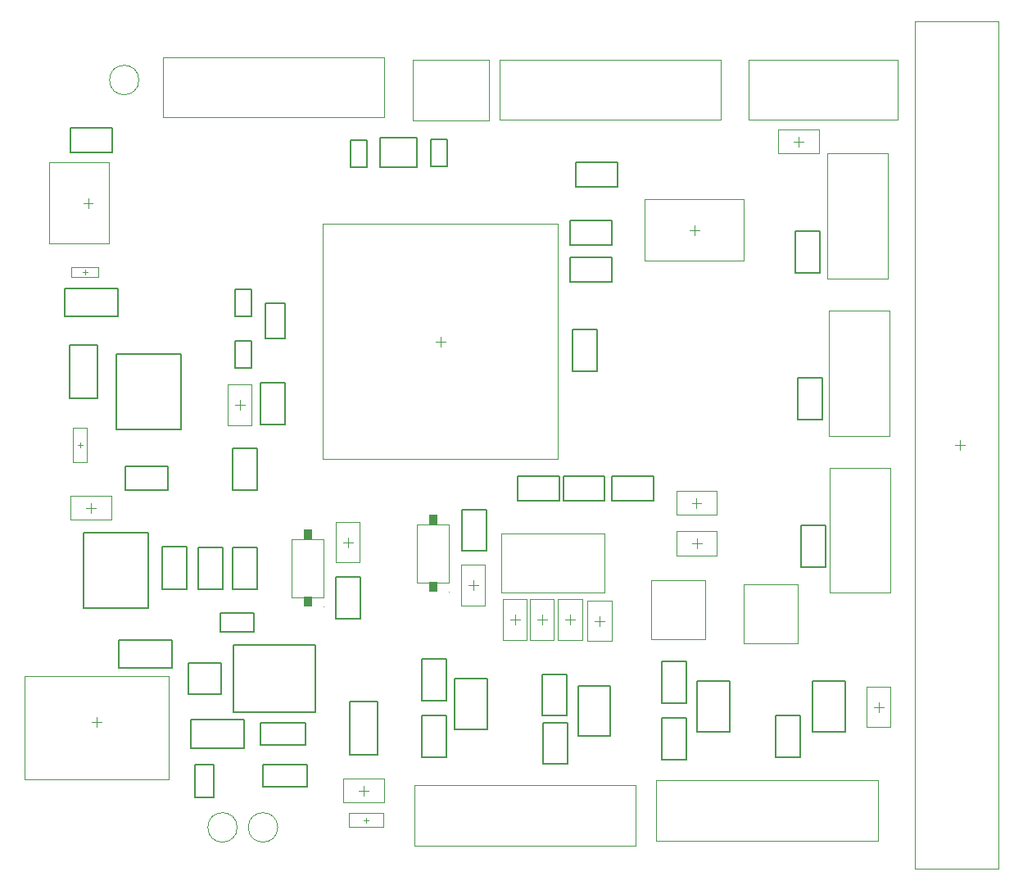
<source format=gbr>
G04*
G04 #@! TF.GenerationSoftware,Altium Limited,Altium Designer,24.2.2 (26)*
G04*
G04 Layer_Color=32768*
%FSLAX44Y44*%
%MOMM*%
G71*
G04*
G04 #@! TF.SameCoordinates,251A4116-46B9-4EB5-9C36-AF9AACF17162*
G04*
G04*
G04 #@! TF.FilePolarity,Positive*
G04*
G01*
G75*
%ADD12C,0.2000*%
%ADD104C,0.1000*%
%ADD105C,0.0500*%
%ADD106C,0.0508*%
G36*
X275690Y331420D02*
Y328320D01*
X266690D01*
Y331420D01*
X266690D01*
Y338420D01*
X275690D01*
Y331420D01*
D02*
G37*
G36*
X275690Y265430D02*
X275690D01*
Y258427D01*
X266690D01*
Y262220D01*
X266690D01*
Y268520D01*
X275690D01*
Y265430D01*
D02*
G37*
G36*
X287690Y259027D02*
X287931Y259016D01*
X288264Y258668D01*
X288264Y258186D01*
X287931Y257838D01*
X287691Y257828D01*
X287450Y257838D01*
X287117Y258186D01*
X287116Y258668D01*
X287449Y259016D01*
X287690Y259027D01*
Y259027D01*
D02*
G37*
G36*
X405230Y280670D02*
X405230D01*
Y273667D01*
X396230D01*
Y277460D01*
X396230D01*
Y283760D01*
X405230D01*
Y280670D01*
D02*
G37*
G36*
X417230Y274266D02*
X416989Y274256D01*
X416656Y273908D01*
X416657Y273426D01*
X416990Y273078D01*
X417231Y273068D01*
X417471Y273078D01*
X417804Y273426D01*
X417804Y273908D01*
X417471Y274256D01*
X417230Y274266D01*
X417230Y274266D01*
D02*
G37*
G36*
X405230Y346660D02*
Y343560D01*
X396230D01*
Y346660D01*
X396230D01*
Y353660D01*
X405230D01*
Y346660D01*
D02*
G37*
D12*
X19459Y587301D02*
X74521D01*
Y558239D02*
Y587301D01*
X19459Y558239D02*
X74521D01*
X19459D02*
Y587301D01*
X140180Y441829D02*
Y519871D01*
X73180Y441829D02*
X140180D01*
X73180D02*
Y519871D01*
X140180D01*
X315350Y712560D02*
Y740560D01*
X332350D01*
Y712560D02*
Y740560D01*
X315350Y712560D02*
X332350D01*
X414900Y713710D02*
Y741710D01*
X397900Y713710D02*
X414900D01*
X397900D02*
Y741710D01*
X414900D01*
X548331Y717631D02*
X591393D01*
Y692069D02*
Y717631D01*
X548331Y692069D02*
X591393D01*
X548331D02*
Y717631D01*
X774619Y603677D02*
Y646739D01*
X800181D01*
Y603677D02*
Y646739D01*
X774619Y603677D02*
X800181D01*
X222169Y447099D02*
X247731D01*
Y490161D01*
X222169D02*
X247731D01*
X222169Y447099D02*
Y490161D01*
X82140Y378660D02*
X126140D01*
X82140D02*
Y403660D01*
X126140D01*
Y378660D02*
Y403660D01*
X345490Y743210D02*
X383490D01*
Y712210D02*
Y743210D01*
X345490Y712210D02*
X383490D01*
X345490D02*
Y743210D01*
X793100Y129430D02*
Y181430D01*
X826600D01*
Y129430D02*
Y181430D01*
X793100Y129430D02*
X826600D01*
X673570D02*
Y181430D01*
X707070D01*
Y129430D02*
Y181430D01*
X673570Y129430D02*
X707070D01*
X325201Y246439D02*
Y289501D01*
X299639Y246439D02*
X325201D01*
X299639D02*
Y289501D01*
X325201D01*
X222410Y115469D02*
X268472D01*
X222410D02*
Y138531D01*
X268472D01*
Y115469D02*
Y138531D01*
X224619Y72289D02*
X270681D01*
X224619D02*
Y95351D01*
X270681D01*
Y72289D02*
Y95351D01*
X193945Y149530D02*
Y218770D01*
Y149530D02*
X278495D01*
Y218770D01*
X193945D02*
X278495D01*
X456011Y315921D02*
Y358983D01*
X430449Y315921D02*
X456011D01*
X430449D02*
Y358983D01*
X456011D01*
X218521Y276919D02*
Y319981D01*
X192959Y276919D02*
X218521D01*
X192959D02*
Y319981D01*
X218521D01*
X24839Y529181D02*
X53901D01*
X24839Y474119D02*
Y529181D01*
Y474119D02*
X53901D01*
Y529181D01*
X535097Y368219D02*
X578159D01*
X535097D02*
Y393781D01*
X578159D01*
Y368219D02*
Y393781D01*
X585411Y632379D02*
Y657941D01*
X542349D02*
X585411D01*
X542349Y632379D02*
Y657941D01*
Y632379D02*
X585411D01*
X75339Y195019D02*
X130401D01*
X75339D02*
Y224081D01*
X130401D01*
Y195019D02*
Y224081D01*
X154049Y95383D02*
X173611D01*
X154049Y61221D02*
Y95383D01*
Y61221D02*
X173611D01*
Y95383D01*
X487739Y393781D02*
X530801D01*
Y368219D02*
Y393781D01*
X487739Y368219D02*
X530801D01*
X487739D02*
Y393781D01*
X544749Y501709D02*
Y544771D01*
X570311D01*
Y501709D02*
Y544771D01*
X544749Y501709D02*
X570311D01*
X662174Y159056D02*
Y202118D01*
X636612Y159056D02*
X662174D01*
X636612D02*
Y202118D01*
X662174D01*
X145850Y276450D02*
Y320450D01*
X120850Y276450D02*
X145850D01*
X120850D02*
Y320450D01*
X145850D01*
X314399Y105819D02*
Y160881D01*
X343461D01*
Y105819D02*
Y160881D01*
X314399Y105819D02*
X343461D01*
X38890Y256889D02*
Y334931D01*
X105890D01*
Y256889D02*
Y334931D01*
X38890Y256889D02*
X105890D01*
X150501Y141531D02*
X205563D01*
Y112469D02*
Y141531D01*
X150501Y112469D02*
X205563D01*
X150501D02*
Y141531D01*
X147670Y200150D02*
X181660D01*
Y168150D02*
Y200150D01*
X147670Y168150D02*
X181660D01*
X147670D02*
Y200150D01*
X215201Y232789D02*
Y252351D01*
X181039D02*
X215201D01*
X181039Y232789D02*
Y252351D01*
Y232789D02*
X215201D01*
X754299Y103297D02*
Y146359D01*
X779861D01*
Y103297D02*
Y146359D01*
X754299Y103297D02*
X779861D01*
X636612Y100389D02*
X662174D01*
Y143451D01*
X636612D02*
X662174D01*
X636612Y100389D02*
Y143451D01*
X514269Y95833D02*
Y138895D01*
X539831D01*
Y95833D02*
Y138895D01*
X514269Y95833D02*
X539831D01*
X388656Y103098D02*
Y146160D01*
X414218D01*
Y103098D02*
Y146160D01*
X388656Y103098D02*
X414218D01*
X192959Y378887D02*
Y421949D01*
X218521D01*
Y378887D02*
Y421949D01*
X192959Y378887D02*
X218521D01*
X585411Y594279D02*
Y619841D01*
X542349D02*
X585411D01*
X542349Y594279D02*
Y619841D01*
Y594279D02*
X585411D01*
X182961Y276919D02*
Y319981D01*
X157399Y276919D02*
X182961D01*
X157399D02*
Y319981D01*
X182961D01*
X388656Y204827D02*
X414218D01*
X388656Y161765D02*
Y204827D01*
Y161765D02*
X414218D01*
Y204827D01*
X628223Y368219D02*
Y393781D01*
X585161D02*
X628223D01*
X585161Y368219D02*
Y393781D01*
Y368219D02*
X628223D01*
X212970Y558650D02*
Y586650D01*
X195970Y558650D02*
X212970D01*
X195970D02*
Y586650D01*
X212970D01*
X777159Y451811D02*
Y494873D01*
X802721D01*
Y451811D02*
Y494873D01*
X777159Y451811D02*
X802721D01*
X227490Y572220D02*
X247490D01*
X227490Y535220D02*
Y572220D01*
Y535220D02*
X247490D01*
Y572220D01*
X68521Y727629D02*
Y753191D01*
X25459D02*
X68521D01*
X25459Y727629D02*
Y753191D01*
Y727629D02*
X68521D01*
X195970Y505430D02*
X212970D01*
Y533430D01*
X195970D02*
X212970D01*
X195970Y505430D02*
Y533430D01*
X550380Y124874D02*
X583880D01*
Y176873D01*
X550380D02*
X583880D01*
X550380Y124874D02*
Y176873D01*
X423230Y131970D02*
X456730D01*
Y183970D01*
X423230D02*
X456730D01*
X423230Y131970D02*
Y183970D01*
X512999Y188792D02*
X538561D01*
X512999Y145730D02*
Y188792D01*
Y145730D02*
X538561D01*
Y188792D01*
X780969Y299779D02*
X806531D01*
Y342841D01*
X780969D02*
X806531D01*
X780969Y299779D02*
Y342841D01*
D104*
X38980Y675480D02*
X48980D01*
X43980Y670480D02*
Y680480D01*
X40620Y602020D02*
Y607020D01*
X38120Y604520D02*
X43120D01*
X778510Y734140D02*
Y744140D01*
X773510Y739140D02*
X783510D01*
X665560Y647700D02*
X675560D01*
X670560Y642700D02*
Y652700D01*
X408260Y527330D02*
Y537330D01*
X403260Y532330D02*
X413260D01*
X673100Y318850D02*
Y328850D01*
X668100Y323850D02*
X678100D01*
X672940Y360760D02*
Y370760D01*
X667940Y365760D02*
X677940D01*
X312420Y320120D02*
Y330120D01*
X307420Y325120D02*
X317420D01*
X441960Y275830D02*
Y285830D01*
X436960Y280830D02*
X446960D01*
X485140Y240110D02*
Y250110D01*
X480140Y245110D02*
X490140D01*
X513182Y240110D02*
Y250110D01*
X508182Y245110D02*
X518182D01*
X572770Y238840D02*
Y248840D01*
X567770Y243840D02*
X577770D01*
X542290Y240110D02*
Y250110D01*
X537290Y245110D02*
X547290D01*
X35560Y422950D02*
Y427950D01*
X33060Y425450D02*
X38060D01*
X46990Y355680D02*
Y365680D01*
X41990Y360680D02*
X51990D01*
X328930Y63580D02*
Y73580D01*
X323930Y68580D02*
X333930D01*
X328970Y38100D02*
X333970D01*
X331470Y35600D02*
Y40600D01*
X195660Y467200D02*
X205660D01*
X200660Y462200D02*
Y472200D01*
X856060Y154940D02*
X866060D01*
X861060Y149940D02*
Y159940D01*
D105*
X239990Y30480D02*
G03*
X239990Y30480I-15200J0D01*
G01*
X96480Y802640D02*
G03*
X96480Y802640I-15200J0D01*
G01*
X198080Y30480D02*
G03*
X198080Y30480I-15200J0D01*
G01*
X52860Y134440D02*
Y144440D01*
X47860Y139440D02*
X57860D01*
X127360Y80440D02*
Y186440D01*
X-21640Y80440D02*
X127360D01*
X-21640D02*
Y186440D01*
X127360D01*
X3980Y717480D02*
X65730D01*
X3980Y633480D02*
Y717480D01*
Y633480D02*
X65730D01*
Y717480D01*
X631120Y16840D02*
X860120D01*
X631120D02*
Y79340D01*
X860120D01*
Y16840D02*
Y79340D01*
X381070Y11760D02*
X610070D01*
X381070D02*
Y74260D01*
X610070D01*
Y11760D02*
Y74260D01*
X26920Y599520D02*
Y609520D01*
Y599520D02*
X54320D01*
X26920Y609520D02*
X54320D01*
Y599520D02*
Y609520D01*
X379600Y823730D02*
X458600D01*
Y761230D02*
Y823730D01*
X379600Y761230D02*
X458600D01*
X379600D02*
Y823730D01*
X121050Y763940D02*
Y826440D01*
Y763940D02*
X350050D01*
Y826440D01*
X121050D02*
X350050D01*
X469030Y761400D02*
Y823900D01*
Y761400D02*
X698030D01*
Y823900D01*
X469030D02*
X698030D01*
X726440Y761400D02*
Y823900D01*
Y761400D02*
X880440D01*
Y823900D01*
X726440D02*
X880440D01*
X757510Y751640D02*
X799510D01*
X757510Y726640D02*
X799510D01*
X757510D02*
Y751640D01*
X799510Y726640D02*
Y751640D01*
X808390Y726840D02*
X870890D01*
X808390Y597840D02*
Y726840D01*
Y597840D02*
X870890D01*
Y726840D01*
X619560Y615700D02*
Y679700D01*
X721560Y615700D02*
Y679700D01*
X619560D02*
X721560D01*
X619560Y615700D02*
X721560D01*
X809660Y564210D02*
X872160D01*
X809660Y435210D02*
Y564210D01*
Y435210D02*
X872160D01*
Y564210D01*
X286760Y653830D02*
X529760D01*
X286760Y410830D02*
X529760D01*
Y653830D01*
X286760Y410830D02*
Y653830D01*
X939880Y425450D02*
X949880D01*
X944880Y420450D02*
Y430450D01*
X898380Y-12050D02*
Y862950D01*
X985380D01*
Y-12050D02*
Y862950D01*
X898380Y-12050D02*
X985380D01*
X471210Y334030D02*
X577810D01*
X471210Y273030D02*
Y334030D01*
Y273030D02*
X577810D01*
Y334030D01*
X626150Y224770D02*
X681950D01*
Y285770D01*
X626150D02*
X681950D01*
X626150Y224770D02*
Y285770D01*
X721400Y220960D02*
X777200D01*
Y281960D01*
X721400D02*
X777200D01*
X721400Y220960D02*
Y281960D01*
X652100Y336350D02*
X694100D01*
X652100Y311350D02*
X694100D01*
X652100D02*
Y336350D01*
X694100Y311350D02*
Y336350D01*
X651940Y378260D02*
X693940D01*
X651940Y353260D02*
X693940D01*
X651940D02*
Y378260D01*
X693940Y353260D02*
Y378260D01*
X299920Y346120D02*
X324920D01*
X299920Y304120D02*
X324920D01*
Y346120D01*
X299920Y304120D02*
Y346120D01*
X429460Y301830D02*
X454460D01*
X429460Y259830D02*
X454460D01*
Y301830D01*
X429460Y259830D02*
Y301830D01*
X472640Y224110D02*
X497640D01*
X472640Y266110D02*
X497640D01*
X472640Y224110D02*
Y266110D01*
X497640Y224110D02*
Y266110D01*
X500682Y224110D02*
X525682D01*
X500682Y266110D02*
X525682D01*
X500682Y224110D02*
Y266110D01*
X525682Y224110D02*
Y266110D01*
X560270Y222840D02*
X585270D01*
X560270Y264840D02*
X585270D01*
X560270Y222840D02*
Y264840D01*
X585270Y222840D02*
Y264840D01*
X529790Y224110D02*
X554790D01*
X529790Y266110D02*
X554790D01*
X529790Y224110D02*
Y266110D01*
X554790Y224110D02*
Y266110D01*
X42560Y407950D02*
Y442950D01*
X28560D02*
X42560D01*
X28560Y407950D02*
Y442950D01*
Y407950D02*
X42560D01*
X25990Y348180D02*
X67990D01*
X25990Y373180D02*
X67990D01*
Y348180D02*
Y373180D01*
X25990Y348180D02*
Y373180D01*
X307930Y56080D02*
X349930D01*
X307930Y81080D02*
X349930D01*
Y56080D02*
Y81080D01*
X307930Y56080D02*
Y81080D01*
X313970Y31100D02*
X348970D01*
Y45100D01*
X313970D02*
X348970D01*
X313970Y31100D02*
Y45100D01*
X213160Y446200D02*
Y488200D01*
X188160Y446200D02*
Y488200D01*
X213160D01*
X188160Y446200D02*
X213160D01*
X873560Y133940D02*
Y175940D01*
X848560Y133940D02*
Y175940D01*
X873560D01*
X848560Y133940D02*
X873560D01*
X873430Y273120D02*
Y402120D01*
X810930Y273120D02*
X873430D01*
X810930D02*
Y402120D01*
X873430D01*
D106*
X287690Y268420D02*
Y328420D01*
X254690D02*
X287690D01*
X254690Y268420D02*
Y328420D01*
Y268420D02*
X287690D01*
X417230Y283660D02*
Y343660D01*
X384230D02*
X417230D01*
X384230Y283660D02*
Y343660D01*
Y283660D02*
X417230D01*
M02*

</source>
